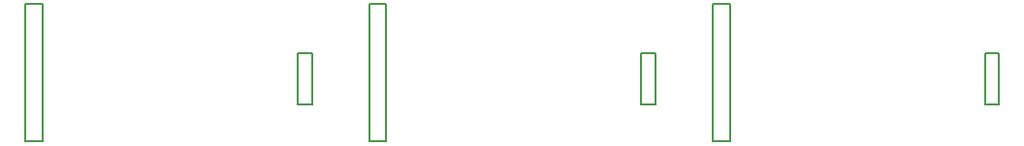
<source format=gbr>
G04 #@! TF.GenerationSoftware,KiCad,Pcbnew,(5.1.2)-1*
G04 #@! TF.CreationDate,2019-11-28T20:43:11+01:00*
G04 #@! TF.ProjectId,usbled,7573626c-6564-42e6-9b69-6361645f7063,rev?*
G04 #@! TF.SameCoordinates,PX60c62b8PY5e94a58*
G04 #@! TF.FileFunction,Other,ECO2*
%FSLAX46Y46*%
G04 Gerber Fmt 4.6, Leading zero omitted, Abs format (unit mm)*
G04 Created by KiCad (PCBNEW (5.1.2)-1) date 2019-11-28 20:43:11*
%MOMM*%
%LPD*%
G04 APERTURE LIST*
%ADD10C,0.200000*%
G04 APERTURE END LIST*
D10*
X60025000Y12175000D02*
X60025000Y175000D01*
X30025000Y12175000D02*
X30025000Y175000D01*
X85025000Y7925000D02*
X85025000Y3425000D01*
X55025000Y7925000D02*
X55025000Y3425000D01*
X83775000Y3425000D02*
X83775000Y7925000D01*
X53775000Y3425000D02*
X53775000Y7925000D01*
X61525000Y12175000D02*
X60025000Y12175000D01*
X31525000Y12175000D02*
X30025000Y12175000D01*
X85025000Y3425000D02*
X83775000Y3425000D01*
X55025000Y3425000D02*
X53775000Y3425000D01*
X61525000Y175000D02*
X61525000Y12175000D01*
X31525000Y175000D02*
X31525000Y12175000D01*
X60025000Y175000D02*
X61525000Y175000D01*
X30025000Y175000D02*
X31525000Y175000D01*
X83775000Y7925000D02*
X85025000Y7925000D01*
X53775000Y7925000D02*
X55025000Y7925000D01*
X1525000Y175000D02*
X1525000Y12175000D01*
X23775000Y3425000D02*
X23775000Y7925000D01*
X25025000Y3425000D02*
X23775000Y3425000D01*
X25025000Y7925000D02*
X25025000Y3425000D01*
X23775000Y7925000D02*
X25025000Y7925000D01*
X1525000Y12175000D02*
X25000Y12175000D01*
X25000Y175000D02*
X1525000Y175000D01*
X25000Y12175000D02*
X25000Y175000D01*
M02*

</source>
